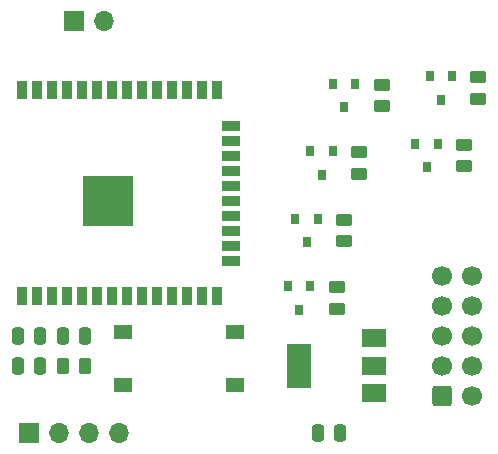
<source format=gbr>
%TF.GenerationSoftware,KiCad,Pcbnew,(6.0.11)*%
%TF.CreationDate,2023-03-20T00:38:49+01:00*%
%TF.ProjectId,prusa-lcd-reader-rounded,70727573-612d-46c6-9364-2d7265616465,rev?*%
%TF.SameCoordinates,Original*%
%TF.FileFunction,Soldermask,Top*%
%TF.FilePolarity,Negative*%
%FSLAX46Y46*%
G04 Gerber Fmt 4.6, Leading zero omitted, Abs format (unit mm)*
G04 Created by KiCad (PCBNEW (6.0.11)) date 2023-03-20 00:38:49*
%MOMM*%
%LPD*%
G01*
G04 APERTURE LIST*
G04 Aperture macros list*
%AMRoundRect*
0 Rectangle with rounded corners*
0 $1 Rounding radius*
0 $2 $3 $4 $5 $6 $7 $8 $9 X,Y pos of 4 corners*
0 Add a 4 corners polygon primitive as box body*
4,1,4,$2,$3,$4,$5,$6,$7,$8,$9,$2,$3,0*
0 Add four circle primitives for the rounded corners*
1,1,$1+$1,$2,$3*
1,1,$1+$1,$4,$5*
1,1,$1+$1,$6,$7*
1,1,$1+$1,$8,$9*
0 Add four rect primitives between the rounded corners*
20,1,$1+$1,$2,$3,$4,$5,0*
20,1,$1+$1,$4,$5,$6,$7,0*
20,1,$1+$1,$6,$7,$8,$9,0*
20,1,$1+$1,$8,$9,$2,$3,0*%
G04 Aperture macros list end*
%ADD10R,4.200000X4.200000*%
%ADD11R,0.900000X1.500000*%
%ADD12R,1.500000X0.900000*%
%ADD13R,1.700000X1.700000*%
%ADD14O,1.700000X1.700000*%
%ADD15R,0.800000X0.900000*%
%ADD16R,2.000000X1.500000*%
%ADD17R,2.000000X3.800000*%
%ADD18R,1.550000X1.300000*%
%ADD19RoundRect,0.250000X-0.450000X0.262500X-0.450000X-0.262500X0.450000X-0.262500X0.450000X0.262500X0*%
%ADD20RoundRect,0.250000X-0.262500X-0.450000X0.262500X-0.450000X0.262500X0.450000X-0.262500X0.450000X0*%
%ADD21RoundRect,0.250000X-0.600000X-0.600000X0.600000X-0.600000X0.600000X0.600000X-0.600000X0.600000X0*%
%ADD22C,1.700000*%
%ADD23RoundRect,0.250000X-0.250000X-0.475000X0.250000X-0.475000X0.250000X0.475000X-0.250000X0.475000X0*%
G04 APERTURE END LIST*
D10*
%TO.C,U1*%
X122280000Y-83865000D03*
D11*
X114940000Y-74435000D03*
X116210000Y-74435000D03*
X117480000Y-74435000D03*
X118750000Y-74435000D03*
X120020000Y-74435000D03*
X121290000Y-74435000D03*
X122560000Y-74435000D03*
X123830000Y-74435000D03*
X125100000Y-74435000D03*
X126370000Y-74435000D03*
X127640000Y-74435000D03*
X128910000Y-74435000D03*
X130180000Y-74435000D03*
X131450000Y-74435000D03*
D12*
X132700000Y-77465000D03*
X132700000Y-78735000D03*
X132700000Y-80005000D03*
X132700000Y-81275000D03*
X132700000Y-82545000D03*
X132700000Y-83815000D03*
X132700000Y-85085000D03*
X132700000Y-86355000D03*
X132700000Y-87625000D03*
X132700000Y-88895000D03*
D11*
X131450000Y-91935000D03*
X130180000Y-91935000D03*
X128910000Y-91935000D03*
X127640000Y-91935000D03*
X126370000Y-91935000D03*
X125100000Y-91935000D03*
X123830000Y-91935000D03*
X122560000Y-91935000D03*
X121290000Y-91935000D03*
X120020000Y-91935000D03*
X118750000Y-91935000D03*
X117480000Y-91935000D03*
X116210000Y-91935000D03*
X114940000Y-91935000D03*
%TD*%
D13*
%TO.C,J3*%
X115570000Y-103505000D03*
D14*
X118110000Y-103505000D03*
X120650000Y-103505000D03*
X123190000Y-103505000D03*
%TD*%
%TO.C,J2*%
X121915000Y-68580000D03*
D13*
X119375000Y-68580000D03*
%TD*%
D15*
%TO.C,Q2*%
X140015000Y-85360000D03*
X138115000Y-85360000D03*
X139065000Y-87360000D03*
%TD*%
D16*
%TO.C,U2*%
X144755000Y-100090000D03*
D17*
X138455000Y-97790000D03*
D16*
X144755000Y-97790000D03*
X144755000Y-95490000D03*
%TD*%
D18*
%TO.C,SW1*%
X123520000Y-99405000D03*
X133020000Y-99405000D03*
X123520000Y-94905000D03*
X133020000Y-94905000D03*
%TD*%
D19*
%TO.C,R7*%
X153620000Y-73382500D03*
X153620000Y-75207500D03*
%TD*%
%TO.C,R6*%
X152400000Y-79097500D03*
X152400000Y-80922500D03*
%TD*%
%TO.C,R5*%
X145415000Y-74017500D03*
X145415000Y-75842500D03*
%TD*%
%TO.C,R4*%
X143510000Y-79732500D03*
X143510000Y-81557500D03*
%TD*%
%TO.C,R3*%
X142240000Y-87272500D03*
X142240000Y-85447500D03*
%TD*%
%TO.C,R2*%
X141605000Y-92987500D03*
X141605000Y-91162500D03*
%TD*%
D20*
%TO.C,R1*%
X118467500Y-97790000D03*
X120292500Y-97790000D03*
%TD*%
D15*
%TO.C,Q6*%
X151395000Y-73295000D03*
X149495000Y-73295000D03*
X150445000Y-75295000D03*
%TD*%
%TO.C,Q5*%
X150175000Y-79010000D03*
X148275000Y-79010000D03*
X149225000Y-81010000D03*
%TD*%
%TO.C,Q4*%
X143190000Y-73930000D03*
X141290000Y-73930000D03*
X142240000Y-75930000D03*
%TD*%
%TO.C,Q3*%
X140335000Y-81645000D03*
X139385000Y-79645000D03*
X141285000Y-79645000D03*
%TD*%
%TO.C,Q1*%
X138430000Y-93075000D03*
X137480000Y-91075000D03*
X139380000Y-91075000D03*
%TD*%
D21*
%TO.C,J1*%
X150495000Y-100330000D03*
D22*
X153035000Y-100330000D03*
X150495000Y-97790000D03*
X153035000Y-97790000D03*
X150495000Y-95250000D03*
X153035000Y-95250000D03*
X150495000Y-92710000D03*
X153035000Y-92710000D03*
X150495000Y-90170000D03*
X153035000Y-90170000D03*
%TD*%
D23*
%TO.C,C4*%
X140020000Y-103505000D03*
X141920000Y-103505000D03*
%TD*%
%TO.C,C3*%
X118430000Y-95250000D03*
X120330000Y-95250000D03*
%TD*%
%TO.C,C2*%
X114620000Y-97790000D03*
X116520000Y-97790000D03*
%TD*%
%TO.C,C1*%
X116520000Y-95260000D03*
X114620000Y-95260000D03*
%TD*%
M02*

</source>
